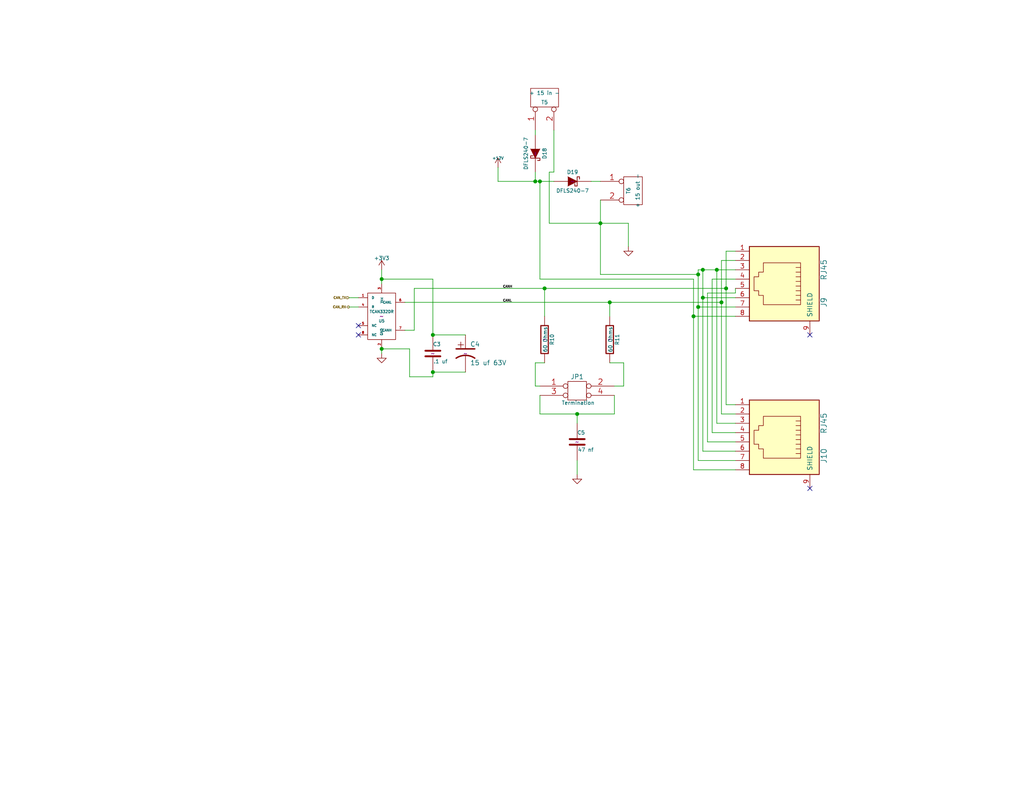
<source format=kicad_sch>
(kicad_sch (version 20211123) (generator eeschema)
  (paper "USLetter")
  (title_block (title "ESP32-T7S3-ControlStand") (date "2022-07-25") (rev "1.0") (company "Deepwoods Software") (comment 1 "Can Transceiver Page"))
  (lib_symbols
    (symbol "ESP32-T7S3-ControlStand-rescue:+12V" (power) (pin_names (offset 0))
      (property "Value" "+12V" (at 0 3.556 0))
      (symbol "+12V_0_1"
        (polyline (pts (xy -0.762 1.27) (xy 0 2.54)))
        (polyline (pts (xy 0 0) (xy 0 2.54)))
        (polyline (pts (xy 0 2.54) (xy 0.762 1.27)))
      )
      (symbol "+12V_1_1"
        (pin power_in line (at 0 0 90) (length 0) hide (name "+12V") (number "1"))
      )
    )
    (symbol "ESP32-T7S3-ControlStand-rescue:+3.3V" (power) (pin_names (offset 0))
      (property "Value" "+3.3V" (at 0 3.556 0))
      (symbol "+3.3V_0_1"
        (polyline (pts (xy -0.762 1.27) (xy 0 2.54)))
        (polyline (pts (xy 0 0) (xy 0 2.54)))
        (polyline (pts (xy 0 2.54) (xy 0.762 1.27)))
      )
      (symbol "+3.3V_1_1"
        (pin power_in line (at 0 0 90) (length 0) hide (name "+3V3") (number "1"))
      )
    )
    (symbol "ESP32-T7S3-ControlStand-rescue:C-RESCUE-ESP32ControlStand" (pin_numbers hide) (pin_names (offset 0.254))
      (property "Reference" "C" (at 0 2.54 0))
      (property "Value" "C-RESCUE-ESP32ControlStand" (at 0.1524 -2.159 0))
      (symbol "C-RESCUE-ESP32ControlStand_0_1"
        (polyline (pts (xy -2.032 -0.762) (xy 2.032 -0.762)) (stroke (width 0.508)))
        (polyline (pts (xy -2.032 0.762) (xy 2.032 0.762)) (stroke (width 0.508)))
      )
      (symbol "C-RESCUE-ESP32ControlStand_1_1"
        (pin passive line (at 0 5.08 270) (length 4.318) (name "~") (number "1"))
        (pin passive line (at 0 -5.08 90) (length 4.318) (name "~") (number "2"))
      )
    )
    (symbol "ESP32-T7S3-ControlStand-rescue:CONN_2" (pin_names (offset 1.016) hide)
      (property "Reference" "P" (at -1.27 0 90))
      (property "Value" "CONN_2" (at 1.27 0 90))
      (symbol "CONN_2_0_1"
        (rectangle (start -2.54 3.81) (end 2.54 -3.81))
      )
      (symbol "CONN_2_1_1"
        (pin passive inverted (at -8.89 2.54 0) (length 6.35) (name "P1") (number "1"))
        (pin passive inverted (at -8.89 -2.54 0) (length 6.35) (name "PM") (number "2"))
      )
    )
    (symbol "ESP32-T7S3-ControlStand-rescue:CONN_2X2" (pin_names (offset 1.016) hide)
      (property "Reference" "P" (at 0 3.81 0))
      (property "Value" "CONN_2X2" (at 0.254 -3.302 0))
      (symbol "CONN_2X2_0_1"
        (rectangle (start -2.54 2.54) (end 2.54 -2.54))
      )
      (symbol "CONN_2X2_1_1"
        (pin passive inverted (at -10.16 1.27 0) (length 7.62) (name "1") (number "1"))
        (pin passive inverted (at 10.16 1.27 180) (length 7.62) (name "2") (number "2"))
        (pin passive inverted (at -10.16 -1.27 0) (length 7.62) (name "3") (number "3"))
        (pin passive inverted (at 10.16 -1.27 180) (length 7.62) (name "4") (number "4"))
      )
    )
    (symbol "ESP32-T7S3-ControlStand-rescue:CP1-RESCUE-ESP32ControlStand" (pin_numbers hide) (pin_names (offset 0.254) hide)
      (property "Reference" "C" (at 1.27 2.54 0))
      (property "Value" "CP1-RESCUE-ESP32ControlStand" (at 1.27 -2.54 0))
      (symbol "CP1-RESCUE-ESP32ControlStand_0_0"
        (text "+" (at -1.27 2.54 0) (effects (font (size 2.032 2.032))))
      )
      (symbol "CP1-RESCUE-ESP32ControlStand_0_1"
        (polyline (pts (xy -2.54 1.27) (xy 2.54 1.27) (xy 1.27 1.27) (xy 1.27 1.27)) (stroke (width 0.381)))
        (arc (start 2.54 -1.27) (mid 0 -0.5009) (end -2.54 -1.27) (stroke (width 0.381)))
      )
      (symbol "CP1-RESCUE-ESP32ControlStand_1_1"
        (pin passive line (at 0 5.08 270) (length 3.81) (name "~") (number "1"))
        (pin passive line (at 0 -5.08 90) (length 4.572) (name "~") (number "2"))
      )
    )
    (symbol "ESP32-T7S3-ControlStand-rescue:DIODESCH" (pin_numbers hide) (pin_names (offset 1.016) hide)
      (property "Reference" "D" (at 0 2.54 0))
      (property "Value" "DIODESCH" (at 0 -2.54 0))
      (symbol "DIODESCH_0_1"
        (polyline (pts (xy -1.27 1.27) (xy 1.27 0) (xy -1.27 -1.27)) (fill (type outline)))
        (polyline (pts (xy 1.905 0.635) (xy 1.905 1.27) (xy 1.27 1.27) (xy 1.27 -1.27) (xy 0.635 -1.27) (xy 0.635 -0.635)) (stroke (width 0.2032)))
      )
      (symbol "DIODESCH_1_1"
        (pin passive line (at -5.08 0 0) (length 3.81) (name "A") (number "1"))
        (pin passive line (at 5.08 0 180) (length 3.81) (name "K") (number "2"))
      )
    )
    (symbol "ESP32-T7S3-ControlStand-rescue:GND" (power) (pin_names (offset 0))
      (property "Value" "GND" (at 0 -3.81 0))
      (symbol "GND_0_1"
        (polyline (pts (xy 0 0) (xy 0 -1.27) (xy 1.27 -1.27) (xy 0 -2.54) (xy -1.27 -1.27) (xy 0 -1.27)))
      )
      (symbol "GND_1_1"
        (pin power_in line (at 0 0 270) (length 0) hide (name "GND") (number "1"))
      )
    )
    (symbol "ESP32-T7S3-ControlStand-rescue:R-RESCUE-ESP32ControlStand" (pin_numbers hide) (pin_names (offset 0))
      (property "Reference" "R" (at 2.032 0 90))
      (property "Value" "R-RESCUE-ESP32ControlStand" (at 0.1778 0.0254 90))
      (symbol "R-RESCUE-ESP32ControlStand_0_1"
        (rectangle (start -1.016 3.81) (end 1.016 -3.81) (stroke (width 0.3048)))
      )
      (symbol "R-RESCUE-ESP32ControlStand_1_1"
        (pin passive line (at 0 6.35 270) (length 2.54) (name "~") (number "1"))
        (pin passive line (at 0 -6.35 90) (length 2.54) (name "~") (number "2"))
      )
    )
    (symbol "ESP32-T7S3-ControlStand-rescue:RJ45" (pin_names (offset 1.016))
      (property "Reference" "J" (at 5.08 12.7 0))
      (property "Value" "RJ45" (at -3.81 12.7 0))
      (symbol "RJ45_0_1"
        (rectangle (start -10.16 -7.62) (end 10.16 11.43) (stroke (width 0.254)) (fill (type background)))
        (polyline (pts (xy -4.445 5.08) (xy -4.445 6.35) (xy -4.445 6.35)))
        (polyline (pts (xy -3.175 6.35) (xy -3.175 5.08) (xy -3.175 5.08)))
        (polyline (pts (xy -1.905 6.35) (xy -1.905 5.08) (xy -1.905 5.08)))
        (polyline (pts (xy -0.635 6.35) (xy -0.635 5.08) (xy -0.635 5.08)))
        (polyline (pts (xy 0.635 6.35) (xy 0.635 5.08) (xy 0.635 5.08)))
        (polyline (pts (xy 1.905 6.35) (xy 1.905 5.08) (xy 1.905 5.08)))
        (polyline (pts (xy 3.175 5.08) (xy 3.175 6.35) (xy 3.175 6.35)))
        (polyline (pts (xy 4.445 5.08) (xy 4.445 6.35) (xy 4.445 6.35)))
        (polyline (pts (xy -5.715 6.35) (xy 5.715 6.35) (xy 5.715 -3.81) (xy 3.175 -3.81) (xy 3.175 -5.08) (xy 1.905 -5.08) (xy 1.905 -6.35) (xy -1.905 -6.35) (xy -1.905 -5.08) (xy -3.175 -5.08) (xy -3.175 -3.81) (xy -5.715 -3.81) (xy -5.715 6.35) (xy -5.715 6.35)))
      )
      (symbol "RJ45_1_1"
        (pin passive line (at -8.89 -11.43 90) (length 3.81) (name "~") (number "1"))
        (pin passive line (at -6.35 -11.43 90) (length 3.81) (name "~") (number "2"))
        (pin passive line (at -3.81 -11.43 90) (length 3.81) (name "~") (number "3"))
        (pin passive line (at -1.27 -11.43 90) (length 3.81) (name "~") (number "4"))
        (pin passive line (at 1.27 -11.43 90) (length 3.81) (name "~") (number "5"))
        (pin passive line (at 3.81 -11.43 90) (length 3.81) (name "~") (number "6"))
        (pin passive line (at 6.35 -11.43 90) (length 3.81) (name "~") (number "7"))
        (pin passive line (at 8.89 -11.43 90) (length 3.81) (name "~") (number "8"))
        (pin passive line (at 13.97 8.89 180) (length 3.81) (name "SHIELD") (number "9"))
      )
    )
    (symbol "ESP32-T7S3-ControlStand-rescue:TCAN332DR" (pin_names (offset 1.016))
      (property "Reference" "U" (at 0 -1.27 0))
      (property "Value" "TCAN332DR" (at 0 1.27 0))
      (symbol "TCAN332DR_0_1"
        (rectangle (start -3.81 6.35) (end 3.81 -6.35))
      )
      (symbol "TCAN332DR_1_1"
        (pin input line (at -6.35 5.08 0) (length 2.54) (name "D") (number "1"))
        (pin power_in line (at 0 -8.89 90) (length 2.54) (name "GND") (number "2"))
        (pin power_in line (at 0 8.89 270) (length 2.54) (name "Vcc") (number "3"))
        (pin output line (at -6.35 2.54 0) (length 2.54) (name "R") (number "4"))
        (pin input line (at -6.35 -2.54 0) (length 2.54) (name "NC") (number "5"))
        (pin bidirectional line (at 6.35 3.81 180) (length 2.54) (name "CANL") (number "6"))
        (pin bidirectional line (at 6.35 -3.81 180) (length 2.54) (name "CANH") (number "7"))
        (pin input line (at -6.35 -5.08 0) (length 2.54) (name "NC") (number "8"))
      )
    )
  )
  (junction (at 190.5 83.82))
  (junction (at 148.59 78.74))
  (junction (at 198.12 78.74))
  (junction (at 195.58 73.66))
  (junction (at 118.11 101.6))
  (junction (at 118.11 91.44))
  (junction (at 163.83 60.96))
  (junction (at 189.23 86.36))
  (junction (at 104.14 95.25))
  (junction (at 191.77 73.66))
  (junction (at 147.32 49.53))
  (junction (at 166.37 82.55))
  (junction (at 146.05 49.53))
  (junction (at 157.48 113.03))
  (junction (at 191.77 81.28))
  (junction (at 196.85 82.55))
  (junction (at 190.5 74.93))
  (junction (at 104.14 76.2))
  (no_connect (at 220.98 133.35))
  (no_connect (at 220.98 91.44))
  (no_connect (at 97.79 91.44))
  (no_connect (at 97.79 88.9))
  (wire (pts (xy 163.83 60.96) (xy 163.83 74.93)))
  (wire (pts (xy 118.11 102.87) (xy 118.11 101.6)))
  (wire (pts (xy 170.18 99.06) (xy 170.18 105.41)))
  (wire (pts (xy 191.77 73.66) (xy 191.77 81.28)))
  (wire (pts (xy 104.14 73.66) (xy 104.14 76.2)))
  (wire (pts (xy 148.59 86.36) (xy 148.59 78.74)))
  (wire (pts (xy 195.58 115.57) (xy 200.66 115.57)))
  (wire (pts (xy 200.66 80.01) (xy 193.04 80.01)))
  (wire (pts (xy 146.05 99.06) (xy 146.05 105.41)))
  (wire (pts (xy 196.85 71.12) (xy 196.85 82.55)))
  (wire (pts (xy 163.83 74.93) (xy 190.5 74.93)))
  (wire (pts (xy 157.48 125.73) (xy 157.48 129.54)))
  (wire (pts (xy 190.5 83.82) (xy 190.5 125.73)))
  (wire (pts (xy 167.64 113.03) (xy 157.48 113.03)))
  (wire (pts (xy 189.23 86.36) (xy 189.23 128.27)))
  (wire (pts (xy 191.77 123.19) (xy 200.66 123.19)))
  (wire (pts (xy 157.48 115.57) (xy 157.48 113.03)))
  (wire (pts (xy 135.89 49.53) (xy 146.05 49.53)))
  (wire (pts (xy 166.37 82.55) (xy 166.37 86.36)))
  (wire (pts (xy 190.5 73.66) (xy 190.5 74.93)))
  (wire (pts (xy 198.12 78.74) (xy 198.12 110.49)))
  (wire (pts (xy 166.37 82.55) (xy 196.85 82.55)))
  (wire (pts (xy 191.77 81.28) (xy 191.77 123.19)))
  (wire (pts (xy 189.23 76.2) (xy 189.23 86.36)))
  (wire (pts (xy 163.83 60.96) (xy 171.45 60.96)))
  (wire (pts (xy 149.86 46.99) (xy 149.86 60.96)))
  (wire (pts (xy 148.59 78.74) (xy 198.12 78.74)))
  (wire (pts (xy 170.18 105.41) (xy 167.64 105.41)))
  (wire (pts (xy 198.12 68.58) (xy 198.12 78.74)))
  (wire (pts (xy 118.11 91.44) (xy 127 91.44)))
  (wire (pts (xy 190.5 73.66) (xy 191.77 73.66)))
  (wire (pts (xy 147.32 49.53) (xy 147.32 76.2)))
  (wire (pts (xy 111.76 102.87) (xy 118.11 102.87)))
  (wire (pts (xy 104.14 95.25) (xy 104.14 96.52)))
  (wire (pts (xy 110.49 82.55) (xy 166.37 82.55)))
  (wire (pts (xy 190.5 125.73) (xy 200.66 125.73)))
  (wire (pts (xy 157.48 113.03) (xy 147.32 113.03)))
  (wire (pts (xy 147.32 76.2) (xy 189.23 76.2)))
  (wire (pts (xy 167.64 107.95) (xy 167.64 113.03)))
  (wire (pts (xy 146.05 35.56) (xy 146.05 36.83)))
  (wire (pts (xy 149.86 60.96) (xy 163.83 60.96)))
  (wire (pts (xy 193.04 80.01) (xy 193.04 120.65)))
  (wire (pts (xy 189.23 86.36) (xy 200.66 86.36)))
  (wire (pts (xy 200.66 71.12) (xy 196.85 71.12)))
  (wire (pts (xy 147.32 113.03) (xy 147.32 107.95)))
  (wire (pts (xy 194.31 118.11) (xy 194.31 76.2)))
  (wire (pts (xy 111.76 95.25) (xy 111.76 102.87)))
  (wire (pts (xy 113.03 78.74) (xy 148.59 78.74)))
  (wire (pts (xy 195.58 73.66) (xy 200.66 73.66)))
  (wire (pts (xy 146.05 49.53) (xy 146.05 46.99)))
  (wire (pts (xy 198.12 110.49) (xy 200.66 110.49)))
  (wire (pts (xy 148.59 99.06) (xy 146.05 99.06)))
  (wire (pts (xy 196.85 82.55) (xy 196.85 113.03)))
  (wire (pts (xy 200.66 81.28) (xy 191.77 81.28)))
  (wire (pts (xy 189.23 128.27) (xy 200.66 128.27)))
  (wire (pts (xy 110.49 90.17) (xy 113.03 90.17)))
  (wire (pts (xy 198.12 68.58) (xy 200.66 68.58)))
  (wire (pts (xy 118.11 76.2) (xy 118.11 91.44)))
  (wire (pts (xy 146.05 105.41) (xy 147.32 105.41)))
  (wire (pts (xy 104.14 76.2) (xy 104.14 77.47)))
  (wire (pts (xy 193.04 120.65) (xy 200.66 120.65)))
  (wire (pts (xy 163.83 54.61) (xy 163.83 60.96)))
  (wire (pts (xy 147.32 49.53) (xy 151.13 49.53)))
  (wire (pts (xy 171.45 60.96) (xy 171.45 67.31)))
  (wire (pts (xy 200.66 78.74) (xy 200.66 80.01)))
  (wire (pts (xy 195.58 73.66) (xy 195.58 115.57)))
  (wire (pts (xy 135.89 45.72) (xy 135.89 49.53)))
  (wire (pts (xy 166.37 99.06) (xy 170.18 99.06)))
  (wire (pts (xy 127 101.6) (xy 118.11 101.6)))
  (wire (pts (xy 146.05 49.53) (xy 147.32 49.53)))
  (wire (pts (xy 200.66 83.82) (xy 190.5 83.82)))
  (wire (pts (xy 97.79 83.82) (xy 95.25 83.82)))
  (wire (pts (xy 151.13 46.99) (xy 149.86 46.99)))
  (wire (pts (xy 163.83 49.53) (xy 161.29 49.53)))
  (wire (pts (xy 95.25 81.28) (xy 97.79 81.28)))
  (wire (pts (xy 104.14 76.2) (xy 118.11 76.2)))
  (wire (pts (xy 104.14 95.25) (xy 111.76 95.25)))
  (wire (pts (xy 191.77 73.66) (xy 195.58 73.66)))
  (wire (pts (xy 196.85 113.03) (xy 200.66 113.03)))
  (wire (pts (xy 190.5 74.93) (xy 190.5 83.82)))
  (wire (pts (xy 151.13 35.56) (xy 151.13 46.99)))
  (wire (pts (xy 200.66 118.11) (xy 194.31 118.11)))
  (wire (pts (xy 113.03 90.17) (xy 113.03 78.74)))
  (wire (pts (xy 194.31 76.2) (xy 200.66 76.2)))
  (label "CANL" (at 137.16 82.55 0) (effects (font (size 0.635 0.635))))
  (label "CANH" (at 137.16 78.74 0) (effects (font (size 0.635 0.635))))
  (hierarchical_label "CAN_RX" (shape output) (at 95.25 83.82 180) (effects (font (size 0.635 0.635))))
  (hierarchical_label "CAN_TX" (shape input) (at 95.25 81.28 180) (effects (font (size 0.635 0.635))))
  (symbol (lib_id "ESP32-T7S3-ControlStand-rescue:TCAN332DR") (at 104.14 86.36 0) (unit 1)
    (property "Reference" "U5" (at 104.14 87.63 0) (effects (font (size 0.762 0.762))))
    (property "Value" "TCAN332DR" (at 104.14 85.09 0) (effects (font (size 0.762 0.762))))
    (property "Footprint" "Housings_SOIC:SOIC-8_3.9x4.9mm_Pitch1.27mm" (effects hide))
    (property "Datasheet" "~" (at 104.14 86.36 0) (effects (font (size 1.524 1.524))))
    (property "Mouser Part Number" "595-TCAN332DR" (effects hide))
  )
  (symbol (lib_id "ESP32-T7S3-ControlStand-rescue:+3.3V") (at 104.14 73.66 0) (unit 1)
    (property "Reference" "#PWR043" (effects hide))
    (property "Value" "+3.3V" (at 104.14 70.485 0) (effects (font (size 1.016 1.016))))
  )
  (symbol (lib_id "ESP32-T7S3-ControlStand-rescue:GND") (at 104.14 96.52 0) (unit 1)
    (property "Reference" "#PWR044" (effects hide))
    (property "Value" "GND" (effects hide))
  )
  (symbol (lib_id "ESP32-T7S3-ControlStand-rescue:C-RESCUE-ESP32ControlStand") (at 118.11 96.52 0) (unit 1)
    (property "Reference" "C3" (at 118.11 93.98 0) (effects (font (size 1.016 1.016)) (justify left)))
    (property "Value" ".1 uf" (at 118.2624 98.679 0) (effects (font (size 1.016 1.016)) (justify left)))
    (property "Footprint" "Capacitors_SMD:C_0603" (effects hide))
    (property "Datasheet" "~" (at 118.11 96.52 0) (effects (font (size 1.524 1.524))))
    (property "Mouser Part Number" "710-885012206095" (effects hide))
  )
  (symbol (lib_id "ESP32-T7S3-ControlStand-rescue:CP1-RESCUE-ESP32ControlStand") (at 127 96.52 0) (unit 1)
    (property "Reference" "C4" (at 128.27 93.98 0) (effects (justify left)))
    (property "Value" "15 uf 63V" (at 128.27 99.06 0) (effects (justify left)))
    (property "Footprint" "Capacitors_SMD:CP_Elec_4x5.7" (effects hide))
    (property "Datasheet" "~" (at 127 96.52 0) (effects (font (size 1.524 1.524))))
    (property "Mouser Part Number" "647-UUD1C150MCL" (effects hide))
  )
  (symbol (lib_id "ESP32-T7S3-ControlStand-rescue:R-RESCUE-ESP32ControlStand") (at 148.59 92.71 0) (unit 1)
    (property "Reference" "R10" (at 150.622 92.71 90) (effects (font (size 1.016 1.016))))
    (property "Value" "60 Ohms" (at 148.7678 92.6846 90) (effects (font (size 1.016 1.016))))
    (property "Footprint" "Resistors_SMD:R_1206" (effects hide))
    (property "Datasheet" "~" (at 148.59 92.71 0) (effects (font (size 0.762 0.762))))
    (property "Mouser Part Number" "71-CRCW120660R0KNAIF" (effects hide))
  )
  (symbol (lib_id "ESP32-T7S3-ControlStand-rescue:R-RESCUE-ESP32ControlStand") (at 166.37 92.71 0) (unit 1)
    (property "Reference" "R11" (at 168.402 92.71 90) (effects (font (size 1.016 1.016))))
    (property "Value" "60 Ohms" (at 166.5478 92.6846 90) (effects (font (size 1.016 1.016))))
    (property "Footprint" "Resistors_SMD:R_1206" (effects hide))
    (property "Datasheet" "~" (at 166.37 92.71 0) (effects (font (size 0.762 0.762))))
    (property "Mouser Part Number" "71-CRCW120660R0KNAIF" (effects hide))
  )
  (symbol (lib_id "ESP32-T7S3-ControlStand-rescue:CONN_2X2") (at 157.48 106.68 0) (unit 1)
    (property "Reference" "JP1" (at 157.48 102.87 0))
    (property "Value" "Termination" (at 157.734 109.982 0) (effects (font (size 1.016 1.016))))
    (property "Footprint" "Pin_Headers:Pin_Header_Straight_2x02_Pitch2.54mm" (effects hide))
    (property "Mouser Part Number" "649-67997-404HLF" (effects hide))
  )
  (symbol (lib_id "ESP32-T7S3-ControlStand-rescue:C-RESCUE-ESP32ControlStand") (at 157.48 120.65 0) (unit 1)
    (property "Reference" "C5" (at 157.48 118.11 0) (effects (font (size 1.016 1.016)) (justify left)))
    (property "Value" "47 nf" (at 157.6324 122.809 0) (effects (font (size 1.016 1.016)) (justify left)))
    (property "Footprint" "Capacitors_SMD:C_0603" (effects hide))
    (property "Datasheet" "~" (at 157.48 120.65 0) (effects (font (size 1.524 1.524))))
    (property "Mouser Part Number" "710-885012206093" (effects hide))
  )
  (symbol (lib_id "ESP32-T7S3-ControlStand-rescue:GND") (at 157.48 129.54 0) (unit 1)
    (property "Reference" "#PWR045" (effects hide))
    (property "Value" "GND" (effects hide))
  )
  (symbol (lib_id "ESP32-T7S3-ControlStand-rescue:RJ45") (at 212.09 119.38 270) (unit 1)
    (property "Reference" "J10" (at 224.79 124.46 0) (effects (font (size 1.524 1.524))))
    (property "Value" "RJ45" (at 224.79 115.57 0) (effects (font (size 1.524 1.524))))
    (property "Footprint" "RJ45-8N-S:RJ45_8N-S" (effects hide))
    (property "Mouser Part Number" "710-615008144221" (effects hide))
  )
  (symbol (lib_id "ESP32-T7S3-ControlStand-rescue:RJ45") (at 212.09 77.47 270) (unit 1)
    (property "Reference" "J9" (at 224.79 82.55 0) (effects (font (size 1.524 1.524))))
    (property "Value" "RJ45" (at 224.79 73.66 0) (effects (font (size 1.524 1.524))))
    (property "Footprint" "RJ45-8N-S:RJ45_8N-S" (effects hide))
    (property "Mouser Part Number" "710-615008144221" (effects hide))
  )
  (symbol (lib_id "ESP32-T7S3-ControlStand-rescue:CONN_2") (at 172.72 52.07 0) (unit 1)
    (property "Reference" "T6" (at 171.45 52.07 90) (effects (font (size 1.016 1.016))))
    (property "Value" "+ 15 out -" (at 173.99 52.07 90) (effects (font (size 1.016 1.016))))
    (property "Footprint" "Terminal_Blocks:TerminalBlock_Pheonix_MPT-2.54mm_2pol" (effects hide))
    (property "Mouser Part Number" "651-1725656" (effects hide))
  )
  (symbol (lib_id "ESP32-T7S3-ControlStand-rescue:DIODESCH") (at 156.21 49.53 0) (unit 1)
    (property "Reference" "D19" (at 156.21 46.99 0) (effects (font (size 1.016 1.016))))
    (property "Value" "DFLS240-7" (at 156.21 52.07 0) (effects (font (size 1.016 1.016))))
    (property "Footprint" "Diodes_SMD:D_PowerDI-123" (effects hide))
    (property "Datasheet" "~" (at 156.21 49.53 0) (effects (font (size 1.524 1.524))))
    (property "Mouser Part Number" "621-DFLS240-7" (effects hide))
  )
  (symbol (lib_id "ESP32-T7S3-ControlStand-rescue:GND") (at 171.45 67.31 0) (unit 1)
    (property "Reference" "#PWR046" (effects hide))
    (property "Value" "GND" (effects hide))
  )
  (symbol (lib_id "ESP32-T7S3-ControlStand-rescue:CONN_2") (at 148.59 26.67 90) (unit 1)
    (property "Reference" "T5" (at 148.59 27.94 90) (effects (font (size 1.016 1.016))))
    (property "Value" "+ 15 in -" (at 148.59 25.4 90) (effects (font (size 1.016 1.016))))
    (property "Footprint" "Terminal_Blocks:TerminalBlock_Pheonix_MPT-2.54mm_2pol" (effects hide))
    (property "Mouser Part Number" "651-1725656" (effects hide))
  )
  (symbol (lib_id "ESP32-T7S3-ControlStand-rescue:DIODESCH") (at 146.05 41.91 270) (unit 1)
    (property "Reference" "D18" (at 148.59 41.91 0) (effects (font (size 1.016 1.016))))
    (property "Value" "DFLS240-7" (at 143.51 41.91 0) (effects (font (size 1.016 1.016))))
    (property "Footprint" "Diodes_SMD:D_PowerDI-123" (effects hide))
    (property "Datasheet" "~" (at 146.05 41.91 0) (effects (font (size 1.524 1.524))))
    (property "Mouser Part Number" "621-DFLS240-7" (effects hide))
  )
  (symbol (lib_id "ESP32-T7S3-ControlStand-rescue:+12V") (at 135.89 45.72 0) (unit 1)
    (property "Reference" "#PWR047" (effects hide))
    (property "Value" "+12V" (at 135.89 43.18 0) (effects (font (size 0.762 0.762))))
  )
)
</source>
